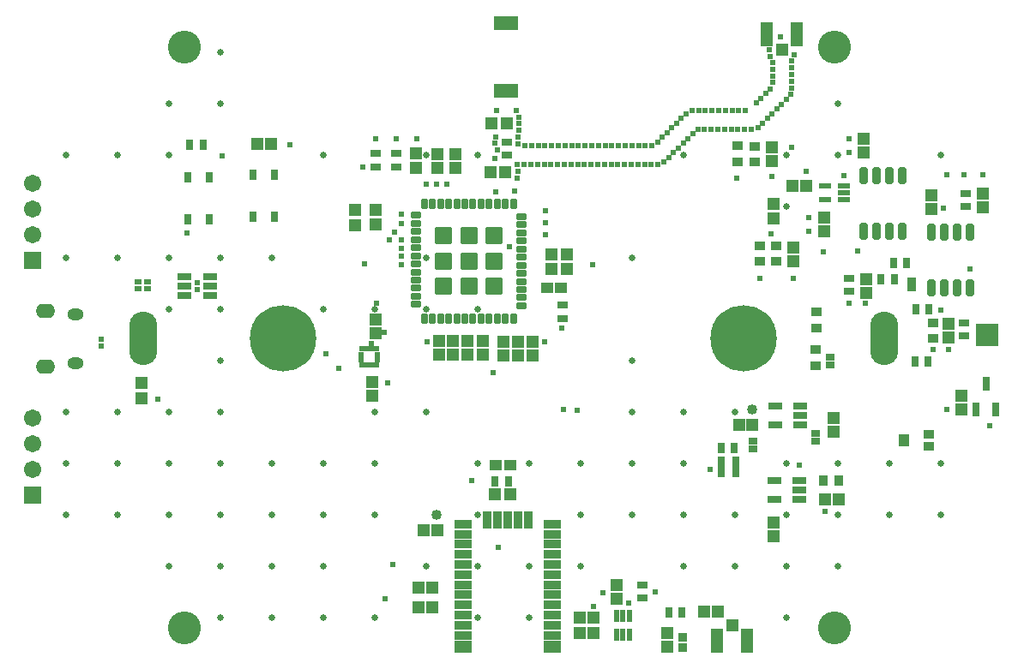
<source format=gbr>
%TF.GenerationSoftware,Altium Limited,Altium Designer,19.1.9 (167)*%
G04 Layer_Color=8388736*
%FSLAX26Y26*%
%MOIN*%
%TF.FileFunction,Soldermask,Top*%
%TF.Part,Single*%
G01*
G75*
%TA.AperFunction,SMDPad,CuDef*%
%ADD12R,0.025591X0.041339*%
%ADD79R,0.046000X0.045000*%
%TA.AperFunction,ComponentPad*%
%ADD81C,0.258000*%
%ADD82O,0.108000X0.208000*%
%ADD83R,0.088000X0.088000*%
%ADD84O,0.074929X0.055244*%
%ADD85O,0.063118X0.047370*%
%ADD86C,0.067055*%
%ADD87R,0.067055X0.067055*%
%TA.AperFunction,ViaPad*%
%ADD88C,0.128000*%
%ADD89C,0.026000*%
%ADD90C,0.024000*%
%ADD91C,0.040000*%
%TA.AperFunction,SMDPad,CuDef*%
%ADD96R,0.049339X0.049339*%
%ADD97R,0.049339X0.049339*%
%ADD98R,0.055244X0.031622*%
%ADD99R,0.049339X0.023748*%
%ADD100R,0.023748X0.049339*%
%ADD101R,0.031622X0.078866*%
%ADD102R,0.049340X0.094610*%
%ADD103R,0.047370X0.049340*%
%ADD104R,0.094614X0.055244*%
%ADD105R,0.026701X0.022764*%
G04:AMPARAMS|DCode=106|XSize=67.055mil|YSize=67.055mil|CornerRadius=6.953mil|HoleSize=0mil|Usage=FLASHONLY|Rotation=180.000|XOffset=0mil|YOffset=0mil|HoleType=Round|Shape=RoundedRectangle|*
%AMROUNDEDRECTD106*
21,1,0.067055,0.053150,0,0,180.0*
21,1,0.053150,0.067055,0,0,180.0*
1,1,0.013906,-0.026575,0.026575*
1,1,0.013906,0.026575,0.026575*
1,1,0.013906,0.026575,-0.026575*
1,1,0.013906,-0.026575,-0.026575*
%
%ADD106ROUNDEDRECTD106*%
G04:AMPARAMS|DCode=107|XSize=27.685mil|YSize=39.496mil|CornerRadius=7.937mil|HoleSize=0mil|Usage=FLASHONLY|Rotation=270.000|XOffset=0mil|YOffset=0mil|HoleType=Round|Shape=RoundedRectangle|*
%AMROUNDEDRECTD107*
21,1,0.027685,0.023622,0,0,270.0*
21,1,0.011811,0.039496,0,0,270.0*
1,1,0.015874,-0.011811,-0.005906*
1,1,0.015874,-0.011811,0.005906*
1,1,0.015874,0.011811,0.005906*
1,1,0.015874,0.011811,-0.005906*
%
%ADD107ROUNDEDRECTD107*%
G04:AMPARAMS|DCode=108|XSize=27.685mil|YSize=39.496mil|CornerRadius=7.937mil|HoleSize=0mil|Usage=FLASHONLY|Rotation=180.000|XOffset=0mil|YOffset=0mil|HoleType=Round|Shape=RoundedRectangle|*
%AMROUNDEDRECTD108*
21,1,0.027685,0.023622,0,0,180.0*
21,1,0.011811,0.039496,0,0,180.0*
1,1,0.015874,-0.005906,0.011811*
1,1,0.015874,0.005906,0.011811*
1,1,0.015874,0.005906,-0.011811*
1,1,0.015874,-0.005906,-0.011811*
%
%ADD108ROUNDEDRECTD108*%
%ADD109R,0.043433X0.033591*%
%ADD110R,0.043433X0.047370*%
%ADD111R,0.035559X0.027685*%
%ADD112R,0.031622X0.041465*%
%ADD113R,0.041465X0.031622*%
G04:AMPARAMS|DCode=114|XSize=31.622mil|YSize=65.087mil|CornerRadius=6.008mil|HoleSize=0mil|Usage=FLASHONLY|Rotation=180.000|XOffset=0mil|YOffset=0mil|HoleType=Round|Shape=RoundedRectangle|*
%AMROUNDEDRECTD114*
21,1,0.031622,0.053071,0,0,180.0*
21,1,0.019606,0.065087,0,0,180.0*
1,1,0.012016,-0.009803,0.026535*
1,1,0.012016,0.009803,0.026535*
1,1,0.012016,0.009803,-0.026535*
1,1,0.012016,-0.009803,-0.026535*
%
%ADD114ROUNDEDRECTD114*%
%ADD115R,0.067055X0.035559*%
%ADD116R,0.067055X0.047370*%
%ADD117R,0.035559X0.067055*%
%ADD118R,0.039496X0.037748*%
%ADD119R,0.048000X0.043000*%
%ADD120R,0.045000X0.046000*%
%ADD121R,0.037748X0.039496*%
%ADD122R,0.031622X0.053276*%
%ADD123R,0.036346X0.035165*%
%ADD124R,0.019024X0.024142*%
%ADD125R,0.024142X0.019024*%
D12*
X754748Y1912693D02*
D03*
Y1749307D02*
D03*
X670102Y1912693D02*
D03*
Y1749307D02*
D03*
X923677Y1758307D02*
D03*
Y1921693D02*
D03*
X1008323Y1758307D02*
D03*
Y1921693D02*
D03*
D79*
X1865500Y679000D02*
D03*
X1924500D02*
D03*
X2086500Y1612000D02*
D03*
X2145500D02*
D03*
X2086500Y1554000D02*
D03*
X2145500D02*
D03*
X1847500Y1933000D02*
D03*
X1906500D02*
D03*
X1852500Y2122000D02*
D03*
X1911500D02*
D03*
D81*
X2831685Y1286000D02*
D03*
X1042315D02*
D03*
D82*
X497039D02*
D03*
X3376961D02*
D03*
D83*
X3778000Y1298000D02*
D03*
D84*
X117276Y1391284D02*
D03*
Y1176716D02*
D03*
D85*
X236567Y1379472D02*
D03*
Y1188528D02*
D03*
D86*
X70000Y976000D02*
D03*
Y776000D02*
D03*
Y876000D02*
D03*
Y1787000D02*
D03*
Y1687000D02*
D03*
Y1887000D02*
D03*
D87*
Y676000D02*
D03*
Y1587000D02*
D03*
D88*
X659000Y2419000D02*
D03*
X3186000Y160000D02*
D03*
X659000D02*
D03*
X3186000Y2419000D02*
D03*
D89*
X3600000Y2000000D02*
D03*
Y800000D02*
D03*
Y600000D02*
D03*
X3400000Y800000D02*
D03*
Y600000D02*
D03*
X3200000Y2200000D02*
D03*
Y2000000D02*
D03*
Y800000D02*
D03*
Y600000D02*
D03*
Y400000D02*
D03*
X3000000Y2000000D02*
D03*
Y1800000D02*
D03*
Y800000D02*
D03*
Y600000D02*
D03*
Y400000D02*
D03*
Y200000D02*
D03*
X2800000Y1000000D02*
D03*
Y600000D02*
D03*
Y400000D02*
D03*
X2600000Y2000000D02*
D03*
Y1000000D02*
D03*
Y800000D02*
D03*
Y600000D02*
D03*
Y400000D02*
D03*
X2400000Y1600000D02*
D03*
Y1200000D02*
D03*
Y1000000D02*
D03*
Y800000D02*
D03*
Y600000D02*
D03*
X2200000Y800000D02*
D03*
Y600000D02*
D03*
Y400000D02*
D03*
X2000000Y800000D02*
D03*
Y400000D02*
D03*
Y200000D02*
D03*
X1800000Y2000000D02*
D03*
Y1400000D02*
D03*
Y800000D02*
D03*
Y600000D02*
D03*
Y400000D02*
D03*
Y200000D02*
D03*
X1600000Y2000000D02*
D03*
Y1600000D02*
D03*
Y1400000D02*
D03*
Y1000000D02*
D03*
Y400000D02*
D03*
X1400000Y1400000D02*
D03*
Y1000000D02*
D03*
Y800000D02*
D03*
Y600000D02*
D03*
Y200000D02*
D03*
X1200000Y2000000D02*
D03*
Y1400000D02*
D03*
Y800000D02*
D03*
Y600000D02*
D03*
Y400000D02*
D03*
Y200000D02*
D03*
X1000000Y1600000D02*
D03*
Y800000D02*
D03*
Y600000D02*
D03*
Y400000D02*
D03*
Y200000D02*
D03*
X800000Y2400000D02*
D03*
Y2200000D02*
D03*
Y1600000D02*
D03*
Y1400000D02*
D03*
Y1200000D02*
D03*
Y1000000D02*
D03*
Y800000D02*
D03*
Y600000D02*
D03*
Y400000D02*
D03*
Y200000D02*
D03*
X600000Y2200000D02*
D03*
Y2000000D02*
D03*
Y1600000D02*
D03*
Y1400000D02*
D03*
Y1000000D02*
D03*
Y800000D02*
D03*
Y600000D02*
D03*
Y400000D02*
D03*
X400000Y2000000D02*
D03*
Y1600000D02*
D03*
Y1000000D02*
D03*
Y800000D02*
D03*
Y600000D02*
D03*
X200000Y2000000D02*
D03*
Y1600000D02*
D03*
Y1000000D02*
D03*
Y800000D02*
D03*
Y600000D02*
D03*
D90*
X2975650Y2457872D02*
D03*
X2933073Y2408717D02*
D03*
X2933806Y2382727D02*
D03*
X2944092Y2358849D02*
D03*
Y2332849D02*
D03*
Y2306849D02*
D03*
Y2280849D02*
D03*
X2935958Y2256154D02*
D03*
X2917573Y2237769D02*
D03*
X2899188Y2219384D02*
D03*
X2880803Y2200999D02*
D03*
X2838725Y2171908D02*
D03*
X2812725D02*
D03*
X2786725D02*
D03*
X2760725D02*
D03*
X2734725D02*
D03*
X2708725D02*
D03*
X2682725D02*
D03*
X2656725D02*
D03*
X2630729Y2171482D02*
D03*
X2607355Y2160095D02*
D03*
X2588970Y2141710D02*
D03*
X2570586Y2123326D02*
D03*
X2552201Y2104941D02*
D03*
X2533816Y2086556D02*
D03*
X2515431Y2068171D02*
D03*
X2497046Y2049787D02*
D03*
X2475606Y2035080D02*
D03*
X2449606D02*
D03*
X2423606D02*
D03*
X2397606D02*
D03*
X2371606D02*
D03*
X2345606D02*
D03*
X2319606D02*
D03*
X2293606D02*
D03*
X2267606D02*
D03*
X2241606D02*
D03*
X2215606D02*
D03*
X2189606D02*
D03*
X2163606D02*
D03*
X2137606D02*
D03*
X2111606D02*
D03*
X2085606D02*
D03*
X2059606D02*
D03*
X2033606D02*
D03*
X2007606D02*
D03*
X1981606D02*
D03*
X1866325Y1984088D02*
D03*
X1869242Y1856420D02*
D03*
X1943058Y1859276D02*
D03*
X1953054Y1909278D02*
D03*
X1953742Y1935269D02*
D03*
X1953207Y1961263D02*
D03*
X1979207D02*
D03*
X2005207D02*
D03*
X2031207D02*
D03*
X2057207D02*
D03*
X2083207D02*
D03*
X2109207D02*
D03*
X2135207D02*
D03*
X2161207D02*
D03*
X2187207D02*
D03*
X2213207D02*
D03*
X2239207D02*
D03*
X2265207D02*
D03*
X2291207D02*
D03*
X2317207D02*
D03*
X2343207D02*
D03*
X2369207D02*
D03*
X2395207D02*
D03*
X2421207D02*
D03*
X2447207D02*
D03*
X2473207D02*
D03*
X2499207Y1961341D02*
D03*
X2523101Y1971594D02*
D03*
X2541558Y1989906D02*
D03*
X2559943Y2008291D02*
D03*
X2578327Y2026676D02*
D03*
X2596712Y2045061D02*
D03*
X2615097Y2063445D02*
D03*
X2633482Y2081830D02*
D03*
X2653769Y2098092D02*
D03*
X2679769D02*
D03*
X2705769D02*
D03*
X2731769D02*
D03*
X2757769D02*
D03*
X2783769D02*
D03*
X2809769D02*
D03*
X2835769D02*
D03*
X2861769D02*
D03*
X2887040Y2104202D02*
D03*
X2906091Y2121896D02*
D03*
X2924476Y2140280D02*
D03*
X2942861Y2158665D02*
D03*
X2961246Y2177050D02*
D03*
X2979630Y2195434D02*
D03*
X2998015Y2213819D02*
D03*
X3014566Y2233871D02*
D03*
X3017908Y2259655D02*
D03*
Y2285655D02*
D03*
Y2311655D02*
D03*
Y2337655D02*
D03*
Y2363655D02*
D03*
X3028792Y2387267D02*
D03*
X1873092Y2172193D02*
D03*
X1867433Y2069547D02*
D03*
X1866026Y2043585D02*
D03*
X1873456Y2018669D02*
D03*
X1955974Y2042955D02*
D03*
X1954822Y2068930D02*
D03*
X1957211Y2094820D02*
D03*
X1958742Y2120775D02*
D03*
X1957917Y2146762D02*
D03*
X1946908Y2170316D02*
D03*
X709000Y1502000D02*
D03*
Y1476000D02*
D03*
X2703000Y774000D02*
D03*
X336000Y1282000D02*
D03*
Y1256000D02*
D03*
X2385000Y254000D02*
D03*
X2248000Y242000D02*
D03*
X3628000Y1241000D02*
D03*
X3567000Y1242000D02*
D03*
X2185000Y1005000D02*
D03*
X2130269Y1007778D02*
D03*
X3623000Y1007000D02*
D03*
X3789000Y944000D02*
D03*
X1923000Y1641000D02*
D03*
X1476000Y1700000D02*
D03*
X1775000Y731000D02*
D03*
X3305000Y1423000D02*
D03*
X3598000Y1395000D02*
D03*
X3241000Y1423000D02*
D03*
X1404000D02*
D03*
X1447000Y1111000D02*
D03*
X3143000Y1620687D02*
D03*
X3024000Y1519000D02*
D03*
X1859000Y1151000D02*
D03*
X2059000Y1273000D02*
D03*
X2063000Y1735121D02*
D03*
X1502000Y1732000D02*
D03*
Y1767000D02*
D03*
X2063000Y1689000D02*
D03*
X3622000Y1923000D02*
D03*
X3761000D02*
D03*
X3690000D02*
D03*
X3017000Y2028000D02*
D03*
X2941000Y1915000D02*
D03*
X2806000Y1909000D02*
D03*
X2896000Y1520000D02*
D03*
X2125000Y1324000D02*
D03*
X3242000Y2062000D02*
D03*
X1258000Y1167000D02*
D03*
X1209000Y1224000D02*
D03*
X1386331Y1265046D02*
D03*
X1439176Y273125D02*
D03*
X2063000Y1781243D02*
D03*
X2940000Y1691000D02*
D03*
X3084000Y1701000D02*
D03*
Y1754000D02*
D03*
X3222000Y1919000D02*
D03*
X554000Y1050000D02*
D03*
X1360000Y1574000D02*
D03*
X1353000Y1952000D02*
D03*
X1599000Y1886000D02*
D03*
X1482000Y2063000D02*
D03*
X1402000D02*
D03*
X1880000Y472000D02*
D03*
X3074000Y1934000D02*
D03*
X3713000Y1554000D02*
D03*
X3047000Y791000D02*
D03*
X1561000Y2063000D02*
D03*
X1679000Y1886000D02*
D03*
X1638000D02*
D03*
X3275000Y1624000D02*
D03*
X2245000Y1571000D02*
D03*
X669000Y1694000D02*
D03*
X1502000Y1605000D02*
D03*
Y1571000D02*
D03*
X1069000Y2039000D02*
D03*
X1502000Y1636000D02*
D03*
Y1670000D02*
D03*
X1455000D02*
D03*
X1435000Y1308000D02*
D03*
X3149000Y613000D02*
D03*
X3610000Y1792000D02*
D03*
X3241000Y2009000D02*
D03*
X805000Y1996000D02*
D03*
X1603000Y1271000D02*
D03*
X1468000Y405000D02*
D03*
X2490000Y298000D02*
D03*
X2286000Y295000D02*
D03*
D91*
X2864000Y1007000D02*
D03*
X1638000Y598000D02*
D03*
D96*
X3181000Y921425D02*
D03*
Y974575D02*
D03*
X3298000Y2062575D02*
D03*
Y2009425D02*
D03*
X2534000Y138575D02*
D03*
Y85425D02*
D03*
X2340000Y324575D02*
D03*
Y271425D02*
D03*
X3308000Y1516575D02*
D03*
Y1463425D02*
D03*
X3763000Y1794425D02*
D03*
Y1847575D02*
D03*
X1711000Y2001575D02*
D03*
Y1948425D02*
D03*
X2011000Y1217425D02*
D03*
Y1270575D02*
D03*
X1818000Y1220425D02*
D03*
Y1273575D02*
D03*
X1647000Y1220425D02*
D03*
Y1273575D02*
D03*
X1387000Y1115575D02*
D03*
Y1062425D02*
D03*
X3629928Y1342230D02*
D03*
Y1289080D02*
D03*
X3025000Y1638575D02*
D03*
Y1585425D02*
D03*
X2942000Y2027575D02*
D03*
Y1974425D02*
D03*
X3144000Y1754575D02*
D03*
Y1701425D02*
D03*
X3561000Y1840575D02*
D03*
Y1787425D02*
D03*
X2947000Y516425D02*
D03*
Y569575D02*
D03*
X3678000Y1061575D02*
D03*
Y1008425D02*
D03*
X1403000Y1359575D02*
D03*
Y1306425D02*
D03*
X1955000Y1270575D02*
D03*
Y1217425D02*
D03*
X1898000Y1270575D02*
D03*
Y1217425D02*
D03*
X1758000Y1273575D02*
D03*
Y1220425D02*
D03*
X1702500Y1273575D02*
D03*
Y1220425D02*
D03*
X1641000Y2002575D02*
D03*
Y1949425D02*
D03*
D97*
X3020425Y1877000D02*
D03*
X3073575D02*
D03*
X2249575Y140000D02*
D03*
X2196425D02*
D03*
X2249575Y200000D02*
D03*
X2196425D02*
D03*
X2732575Y222000D02*
D03*
X2679425D02*
D03*
X1621575Y238000D02*
D03*
X1568425D02*
D03*
X1621575Y316000D02*
D03*
X1568425D02*
D03*
X1589425Y538000D02*
D03*
X1642575D02*
D03*
X2813425Y949000D02*
D03*
X2866575D02*
D03*
X941850Y2042000D02*
D03*
X995000D02*
D03*
X3201575Y659000D02*
D03*
X3148425D02*
D03*
D98*
X659787Y1525402D02*
D03*
Y1488000D02*
D03*
Y1450598D02*
D03*
X758213D02*
D03*
Y1488000D02*
D03*
Y1525402D02*
D03*
X2950787Y657598D02*
D03*
Y732402D02*
D03*
X3049213D02*
D03*
Y695000D02*
D03*
Y657598D02*
D03*
X2953787Y948598D02*
D03*
Y1023402D02*
D03*
X3052213D02*
D03*
Y986000D02*
D03*
Y948598D02*
D03*
D99*
X3222402Y1826409D02*
D03*
Y1852000D02*
D03*
Y1877591D02*
D03*
X3147598D02*
D03*
Y1826409D02*
D03*
D100*
X2337409Y131598D02*
D03*
X2363000D02*
D03*
X2388591D02*
D03*
Y206402D02*
D03*
X2363000D02*
D03*
X2337409D02*
D03*
D101*
X2802528Y784354D02*
D03*
X2743472D02*
D03*
D102*
X2922930Y2469000D02*
D03*
X3039070D02*
D03*
X2846070Y109000D02*
D03*
X2729930D02*
D03*
D103*
X2981000Y2408960D02*
D03*
X2788000Y169040D02*
D03*
D104*
X1910000Y2248110D02*
D03*
Y2511890D02*
D03*
D105*
X476787Y1506307D02*
D03*
Y1479693D02*
D03*
X515173D02*
D03*
Y1506307D02*
D03*
D106*
X1862685Y1683984D02*
D03*
Y1585559D02*
D03*
Y1487134D02*
D03*
X1764260Y1683984D02*
D03*
Y1585559D02*
D03*
Y1487134D02*
D03*
X1665835Y1683984D02*
D03*
Y1585559D02*
D03*
Y1487134D02*
D03*
D107*
X1559535Y1763709D02*
D03*
Y1732213D02*
D03*
Y1700717D02*
D03*
Y1669221D02*
D03*
Y1637725D02*
D03*
Y1606228D02*
D03*
Y1574732D02*
D03*
Y1543236D02*
D03*
Y1511740D02*
D03*
Y1480244D02*
D03*
Y1448748D02*
D03*
Y1417252D02*
D03*
X1968984Y1412331D02*
D03*
Y1443827D02*
D03*
Y1475323D02*
D03*
Y1506819D02*
D03*
Y1538315D02*
D03*
Y1569811D02*
D03*
Y1601307D02*
D03*
Y1632803D02*
D03*
Y1664299D02*
D03*
Y1695795D02*
D03*
Y1727291D02*
D03*
Y1758787D02*
D03*
D108*
X1591032Y1808000D02*
D03*
X1622527D02*
D03*
X1654024D02*
D03*
X1685520D02*
D03*
X1717016D02*
D03*
X1748512D02*
D03*
X1780008D02*
D03*
X1811504D02*
D03*
X1843000D02*
D03*
X1874496D02*
D03*
X1905992D02*
D03*
X1937488D02*
D03*
Y1363118D02*
D03*
X1905992D02*
D03*
X1874496D02*
D03*
X1843000D02*
D03*
X1811504D02*
D03*
X1780008D02*
D03*
X1748512D02*
D03*
X1717016D02*
D03*
X1685520D02*
D03*
X1654024D02*
D03*
X1622527D02*
D03*
X1591032D02*
D03*
D109*
X3552213Y911638D02*
D03*
Y866362D02*
D03*
D110*
X3453787Y889000D02*
D03*
D111*
X3169000Y1181236D02*
D03*
Y1210764D02*
D03*
X3113000Y913764D02*
D03*
Y884236D02*
D03*
X3486000Y1509764D02*
D03*
Y1480236D02*
D03*
X2868000Y855236D02*
D03*
Y884764D02*
D03*
D112*
X3500410Y1397000D02*
D03*
X3551591D02*
D03*
X679835Y2037000D02*
D03*
X731016D02*
D03*
X2540410Y219000D02*
D03*
X2591591D02*
D03*
X3498410Y1194000D02*
D03*
X3549591D02*
D03*
X2796590Y859000D02*
D03*
X2745409D02*
D03*
X1866409Y729000D02*
D03*
X1917591D02*
D03*
X3413410Y1579000D02*
D03*
X3464591D02*
D03*
X3417590Y1514000D02*
D03*
X3366409D02*
D03*
D113*
X2438000Y325591D02*
D03*
Y274409D02*
D03*
X3242000Y1519591D02*
D03*
Y1468409D02*
D03*
X1911000Y2049352D02*
D03*
Y1998171D02*
D03*
X3687000Y1345591D02*
D03*
Y1294409D02*
D03*
X1403000Y2004591D02*
D03*
Y1953409D02*
D03*
X1482000Y2003591D02*
D03*
Y1952409D02*
D03*
X2127000Y1414591D02*
D03*
Y1363409D02*
D03*
X3696000Y1798409D02*
D03*
Y1849591D02*
D03*
D114*
X3299000Y1702716D02*
D03*
X3349000D02*
D03*
X3399000D02*
D03*
X3449000D02*
D03*
X3299000Y1917283D02*
D03*
X3349000D02*
D03*
X3399000D02*
D03*
X3449000D02*
D03*
X3561000Y1482716D02*
D03*
X3611000D02*
D03*
X3661000D02*
D03*
X3711000D02*
D03*
X3561000Y1697283D02*
D03*
X3611000D02*
D03*
X3661000D02*
D03*
X3711000D02*
D03*
D115*
X1741543Y562591D02*
D03*
Y523221D02*
D03*
Y483850D02*
D03*
Y444480D02*
D03*
Y405110D02*
D03*
Y365740D02*
D03*
Y326370D02*
D03*
Y287000D02*
D03*
Y247630D02*
D03*
Y208260D02*
D03*
Y168890D02*
D03*
Y129520D02*
D03*
X2088000D02*
D03*
Y168890D02*
D03*
Y208260D02*
D03*
Y247630D02*
D03*
Y287000D02*
D03*
Y326370D02*
D03*
Y365740D02*
D03*
Y405110D02*
D03*
Y444480D02*
D03*
Y483850D02*
D03*
Y523221D02*
D03*
Y562591D02*
D03*
D116*
X1741543Y84244D02*
D03*
X2088000D02*
D03*
D117*
X1993512Y578339D02*
D03*
X1954142D02*
D03*
X1914772D02*
D03*
X1875402D02*
D03*
X1836032D02*
D03*
D118*
X3568000Y1284378D02*
D03*
Y1345622D02*
D03*
X2896000Y1585378D02*
D03*
Y1646622D02*
D03*
X2958000Y1645622D02*
D03*
Y1584378D02*
D03*
X2876000Y2032622D02*
D03*
Y1971378D02*
D03*
X2807000Y1972378D02*
D03*
Y2033622D02*
D03*
X3114000Y1326378D02*
D03*
Y1387622D02*
D03*
X3112000Y1179378D02*
D03*
Y1240622D02*
D03*
D119*
X2123000Y1482000D02*
D03*
X2067000D02*
D03*
X1868000Y792000D02*
D03*
X1924000D02*
D03*
D120*
X493000Y1110500D02*
D03*
Y1051500D02*
D03*
X1560000Y2006500D02*
D03*
Y1947500D02*
D03*
X2949000Y1809500D02*
D03*
Y1750500D02*
D03*
X1402000Y1727500D02*
D03*
Y1786500D02*
D03*
X1321000Y1785500D02*
D03*
Y1726500D02*
D03*
D121*
X3202622Y733000D02*
D03*
X3141378D02*
D03*
D122*
X3774000Y1108213D02*
D03*
X3811402Y1009787D02*
D03*
X3736598D02*
D03*
D123*
X2595000Y82118D02*
D03*
Y121882D02*
D03*
D124*
X1347472Y1180913D02*
D03*
X1367158D02*
D03*
X1386842D02*
D03*
X1406528D02*
D03*
Y1245087D02*
D03*
X1386842D02*
D03*
X1367158D02*
D03*
X1347472D02*
D03*
D125*
X1409087Y1203158D02*
D03*
Y1222842D02*
D03*
X1344913D02*
D03*
Y1203158D02*
D03*
%TF.MD5,f2396de36dd8b886776fdde8765fce3e*%
M02*

</source>
